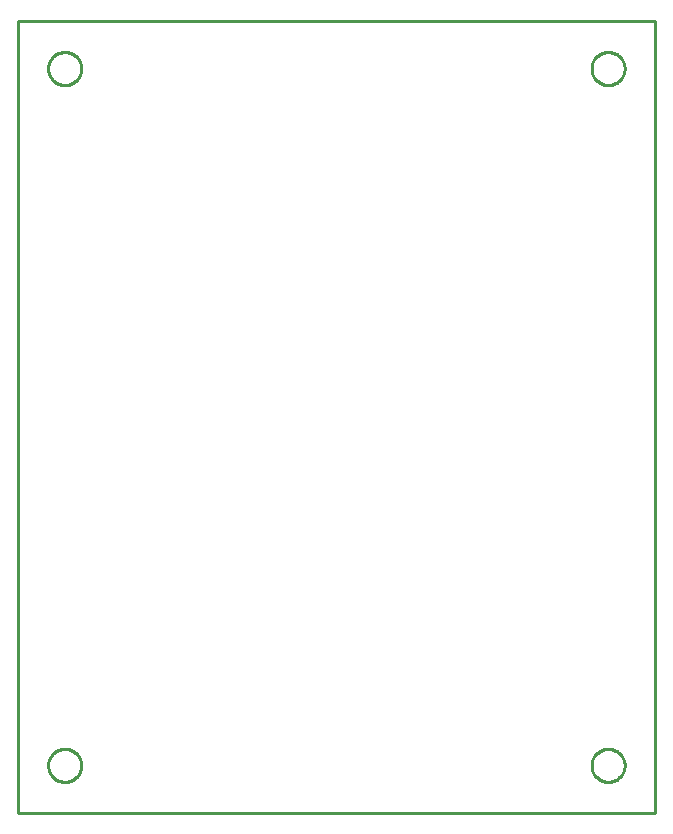
<source format=gbr>
G04 EAGLE Gerber RS-274X export*
G75*
%MOMM*%
%FSLAX34Y34*%
%LPD*%
%IN*%
%IPPOS*%
%AMOC8*
5,1,8,0,0,1.08239X$1,22.5*%
G01*
%ADD10C,0.254000*%


D10*
X0Y0D02*
X540000Y0D01*
X540000Y670000D01*
X0Y670000D01*
X0Y0D01*
X54000Y629500D02*
X53929Y628503D01*
X53786Y627513D01*
X53574Y626536D01*
X53292Y625576D01*
X52943Y624639D01*
X52527Y623729D01*
X52048Y622852D01*
X51507Y622010D01*
X50908Y621210D01*
X50253Y620454D01*
X49546Y619747D01*
X48790Y619092D01*
X47990Y618493D01*
X47148Y617952D01*
X46271Y617473D01*
X45361Y617057D01*
X44424Y616708D01*
X43465Y616426D01*
X42487Y616214D01*
X41498Y616071D01*
X40500Y616000D01*
X39500Y616000D01*
X38503Y616071D01*
X37513Y616214D01*
X36536Y616426D01*
X35576Y616708D01*
X34639Y617057D01*
X33729Y617473D01*
X32852Y617952D01*
X32010Y618493D01*
X31210Y619092D01*
X30454Y619747D01*
X29747Y620454D01*
X29092Y621210D01*
X28493Y622010D01*
X27952Y622852D01*
X27473Y623729D01*
X27057Y624639D01*
X26708Y625576D01*
X26426Y626536D01*
X26214Y627513D01*
X26071Y628503D01*
X26000Y629500D01*
X26000Y630500D01*
X26071Y631498D01*
X26214Y632487D01*
X26426Y633465D01*
X26708Y634424D01*
X27057Y635361D01*
X27473Y636271D01*
X27952Y637148D01*
X28493Y637990D01*
X29092Y638790D01*
X29747Y639546D01*
X30454Y640253D01*
X31210Y640908D01*
X32010Y641507D01*
X32852Y642048D01*
X33729Y642527D01*
X34639Y642943D01*
X35576Y643292D01*
X36536Y643574D01*
X37513Y643786D01*
X38503Y643929D01*
X39500Y644000D01*
X40500Y644000D01*
X41498Y643929D01*
X42487Y643786D01*
X43465Y643574D01*
X44424Y643292D01*
X45361Y642943D01*
X46271Y642527D01*
X47148Y642048D01*
X47990Y641507D01*
X48790Y640908D01*
X49546Y640253D01*
X50253Y639546D01*
X50908Y638790D01*
X51507Y637990D01*
X52048Y637148D01*
X52527Y636271D01*
X52943Y635361D01*
X53292Y634424D01*
X53574Y633465D01*
X53786Y632487D01*
X53929Y631498D01*
X54000Y630500D01*
X54000Y629500D01*
X54000Y39500D02*
X53929Y38503D01*
X53786Y37513D01*
X53574Y36536D01*
X53292Y35576D01*
X52943Y34639D01*
X52527Y33729D01*
X52048Y32852D01*
X51507Y32010D01*
X50908Y31210D01*
X50253Y30454D01*
X49546Y29747D01*
X48790Y29092D01*
X47990Y28493D01*
X47148Y27952D01*
X46271Y27473D01*
X45361Y27057D01*
X44424Y26708D01*
X43465Y26426D01*
X42487Y26214D01*
X41498Y26071D01*
X40500Y26000D01*
X39500Y26000D01*
X38503Y26071D01*
X37513Y26214D01*
X36536Y26426D01*
X35576Y26708D01*
X34639Y27057D01*
X33729Y27473D01*
X32852Y27952D01*
X32010Y28493D01*
X31210Y29092D01*
X30454Y29747D01*
X29747Y30454D01*
X29092Y31210D01*
X28493Y32010D01*
X27952Y32852D01*
X27473Y33729D01*
X27057Y34639D01*
X26708Y35576D01*
X26426Y36536D01*
X26214Y37513D01*
X26071Y38503D01*
X26000Y39500D01*
X26000Y40500D01*
X26071Y41498D01*
X26214Y42487D01*
X26426Y43465D01*
X26708Y44424D01*
X27057Y45361D01*
X27473Y46271D01*
X27952Y47148D01*
X28493Y47990D01*
X29092Y48790D01*
X29747Y49546D01*
X30454Y50253D01*
X31210Y50908D01*
X32010Y51507D01*
X32852Y52048D01*
X33729Y52527D01*
X34639Y52943D01*
X35576Y53292D01*
X36536Y53574D01*
X37513Y53786D01*
X38503Y53929D01*
X39500Y54000D01*
X40500Y54000D01*
X41498Y53929D01*
X42487Y53786D01*
X43465Y53574D01*
X44424Y53292D01*
X45361Y52943D01*
X46271Y52527D01*
X47148Y52048D01*
X47990Y51507D01*
X48790Y50908D01*
X49546Y50253D01*
X50253Y49546D01*
X50908Y48790D01*
X51507Y47990D01*
X52048Y47148D01*
X52527Y46271D01*
X52943Y45361D01*
X53292Y44424D01*
X53574Y43465D01*
X53786Y42487D01*
X53929Y41498D01*
X54000Y40500D01*
X54000Y39500D01*
X514000Y39500D02*
X513929Y38503D01*
X513786Y37513D01*
X513574Y36536D01*
X513292Y35576D01*
X512943Y34639D01*
X512527Y33729D01*
X512048Y32852D01*
X511507Y32010D01*
X510908Y31210D01*
X510253Y30454D01*
X509546Y29747D01*
X508790Y29092D01*
X507990Y28493D01*
X507148Y27952D01*
X506271Y27473D01*
X505361Y27057D01*
X504424Y26708D01*
X503465Y26426D01*
X502487Y26214D01*
X501498Y26071D01*
X500500Y26000D01*
X499500Y26000D01*
X498503Y26071D01*
X497513Y26214D01*
X496536Y26426D01*
X495576Y26708D01*
X494639Y27057D01*
X493729Y27473D01*
X492852Y27952D01*
X492010Y28493D01*
X491210Y29092D01*
X490454Y29747D01*
X489747Y30454D01*
X489092Y31210D01*
X488493Y32010D01*
X487952Y32852D01*
X487473Y33729D01*
X487057Y34639D01*
X486708Y35576D01*
X486426Y36536D01*
X486214Y37513D01*
X486071Y38503D01*
X486000Y39500D01*
X486000Y40500D01*
X486071Y41498D01*
X486214Y42487D01*
X486426Y43465D01*
X486708Y44424D01*
X487057Y45361D01*
X487473Y46271D01*
X487952Y47148D01*
X488493Y47990D01*
X489092Y48790D01*
X489747Y49546D01*
X490454Y50253D01*
X491210Y50908D01*
X492010Y51507D01*
X492852Y52048D01*
X493729Y52527D01*
X494639Y52943D01*
X495576Y53292D01*
X496536Y53574D01*
X497513Y53786D01*
X498503Y53929D01*
X499500Y54000D01*
X500500Y54000D01*
X501498Y53929D01*
X502487Y53786D01*
X503465Y53574D01*
X504424Y53292D01*
X505361Y52943D01*
X506271Y52527D01*
X507148Y52048D01*
X507990Y51507D01*
X508790Y50908D01*
X509546Y50253D01*
X510253Y49546D01*
X510908Y48790D01*
X511507Y47990D01*
X512048Y47148D01*
X512527Y46271D01*
X512943Y45361D01*
X513292Y44424D01*
X513574Y43465D01*
X513786Y42487D01*
X513929Y41498D01*
X514000Y40500D01*
X514000Y39500D01*
X514000Y629500D02*
X513929Y628503D01*
X513786Y627513D01*
X513574Y626536D01*
X513292Y625576D01*
X512943Y624639D01*
X512527Y623729D01*
X512048Y622852D01*
X511507Y622010D01*
X510908Y621210D01*
X510253Y620454D01*
X509546Y619747D01*
X508790Y619092D01*
X507990Y618493D01*
X507148Y617952D01*
X506271Y617473D01*
X505361Y617057D01*
X504424Y616708D01*
X503465Y616426D01*
X502487Y616214D01*
X501498Y616071D01*
X500500Y616000D01*
X499500Y616000D01*
X498503Y616071D01*
X497513Y616214D01*
X496536Y616426D01*
X495576Y616708D01*
X494639Y617057D01*
X493729Y617473D01*
X492852Y617952D01*
X492010Y618493D01*
X491210Y619092D01*
X490454Y619747D01*
X489747Y620454D01*
X489092Y621210D01*
X488493Y622010D01*
X487952Y622852D01*
X487473Y623729D01*
X487057Y624639D01*
X486708Y625576D01*
X486426Y626536D01*
X486214Y627513D01*
X486071Y628503D01*
X486000Y629500D01*
X486000Y630500D01*
X486071Y631498D01*
X486214Y632487D01*
X486426Y633465D01*
X486708Y634424D01*
X487057Y635361D01*
X487473Y636271D01*
X487952Y637148D01*
X488493Y637990D01*
X489092Y638790D01*
X489747Y639546D01*
X490454Y640253D01*
X491210Y640908D01*
X492010Y641507D01*
X492852Y642048D01*
X493729Y642527D01*
X494639Y642943D01*
X495576Y643292D01*
X496536Y643574D01*
X497513Y643786D01*
X498503Y643929D01*
X499500Y644000D01*
X500500Y644000D01*
X501498Y643929D01*
X502487Y643786D01*
X503465Y643574D01*
X504424Y643292D01*
X505361Y642943D01*
X506271Y642527D01*
X507148Y642048D01*
X507990Y641507D01*
X508790Y640908D01*
X509546Y640253D01*
X510253Y639546D01*
X510908Y638790D01*
X511507Y637990D01*
X512048Y637148D01*
X512527Y636271D01*
X512943Y635361D01*
X513292Y634424D01*
X513574Y633465D01*
X513786Y632487D01*
X513929Y631498D01*
X514000Y630500D01*
X514000Y629500D01*
M02*

</source>
